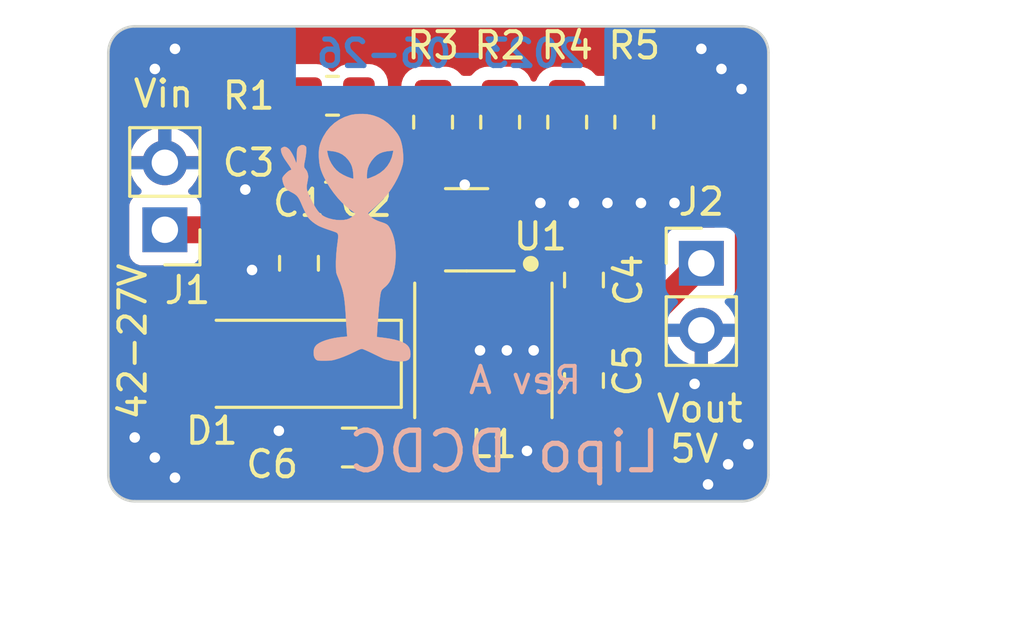
<source format=kicad_pcb>
(kicad_pcb (version 20221018) (generator pcbnew)
  (layers (0 "F.Cu" signal) (31 "B.Cu" signal) (34 "B.Paste" user) (35 "F.Paste" user) (36 "B.SilkS" user "B.Silkscreen") (37 "F.SilkS" user "F.Silkscreen") (38 "B.Mask" user) (39 "F.Mask" user) (44 "Edge.Cuts" user))
  (net 0 "")
  (net 1 "+BATT")
  (net 2 "GND")
  (net 3 "+5V")
  (net 4 "/cb")
  (net 5 "/sw")
  (net 6 "/en")
  (net 7 "/feedback")
  (net 8 "/rdiv_low")
  (net 9 "/rdiv_high")
  (footprint "Diode_SMD:D_SMA_Handsoldering" (layer "F.Cu") (at 108.585 97.79 180)
    (fp_text reference "D1" (at 2.667 -2.54) (layer "F.SilkS"))
    (fp_text value "SDT5A60SA")
    (fp_line (start -4.51 -1.65) (end -4.51 1.65) (stroke (width 0.12)) (layer "F.SilkS"))
    (fp_line (start -4.51 -1.65) (end 2.5 -1.65) (stroke (width 0.12)) (layer "F.SilkS"))
    (fp_line (start -4.51 1.65) (end 2.5 1.65) (stroke (width 0.12)) (layer "F.SilkS"))
    (pad "1" smd roundrect (at -2.5 0 180) (size 3.5 1.8) (layers "F.Cu" "F.Paste" "F.Mask") (roundrect_rratio 0.1388888889) (net 5 "/sw"))
    (pad "2" smd roundrect (at 2.5 0 180) (size 3.5 1.8) (layers "F.Cu" "F.Paste" "F.Mask") (roundrect_rratio 0.1388888889) (net 2 "GND"))
  )
  (footprint "Capacitor_SMD:C_0805_2012Metric_Pad1.18x1.45mm_HandSolder" (layer "F.Cu") (at 111.125 100.965 180)
    (fp_text reference "C6" (at 2.921 -0.635) (layer "F.SilkS"))
    (fp_text value "10uf_16V_0805")
    (fp_line (start -0.261252 -0.735) (end 0.261252 -0.735) (stroke (width 0.12)) (layer "F.SilkS"))
    (fp_line (start -0.261252 0.735) (end 0.261252 0.735) (stroke (width 0.12)) (layer "F.SilkS"))
    (pad "1" smd roundrect (at -1.0375 0 180) (size 1.175 1.45) (layers "F.Cu" "F.Paste" "F.Mask") (roundrect_rratio 0.2127659574) (net 3 "+5V"))
    (pad "2" smd roundrect (at 1.0375 0 180) (size 1.175 1.45) (layers "F.Cu" "F.Paste" "F.Mask") (roundrect_rratio 0.2127659574) (net 2 "GND"))
  )
  (footprint "Package_TO_SOT_SMD:SOT-23-6" (layer "F.Cu") (at 115.57 92.71 180)
    (fp_text reference "U1" (at -2.794 -0.254 180) (layer "F.SilkS"))
    (fp_text value "LV2862")
    (fp_line (start 0 -1.56) (end -1.8 -1.56) (stroke (width 0.12)) (layer "F.SilkS"))
    (fp_line (start 0 -1.56) (end 0.8 -1.56) (stroke (width 0.12)) (layer "F.SilkS"))
    (fp_line (start 0 1.56) (end -0.8 1.56) (stroke (width 0.12)) (layer "F.SilkS"))
    (fp_line (start 0 1.56) (end 0.8 1.56) (stroke (width 0.12)) (layer "F.SilkS"))
    (pad "1" smd roundrect (at -1.1375 -0.95 180) (size 1.325 0.6) (layers "F.Cu" "F.Paste" "F.Mask") (net 4 "/cb"))
    (pad "2" smd roundrect (at -1.1375 0 180) (size 1.325 0.6) (layers "F.Cu" "F.Paste" "F.Mask") (net 2 "GND"))
    (pad "3" smd roundrect (at -1.1375 0.95 180) (size 1.325 0.6) (layers "F.Cu" "F.Paste" "F.Mask") (net 7 "/feedback"))
    (pad "4" smd roundrect (at 1.1375 0.95 180) (size 1.325 0.6) (layers "F.Cu" "F.Paste" "F.Mask") (net 6 "/en"))
    (pad "5" smd roundrect (at 1.1375 0 180) (size 1.325 0.6) (layers "F.Cu" "F.Paste" "F.Mask") (net 1 "+BATT"))
    (pad "6" smd roundrect (at 1.1375 -0.95 180) (size 1.325 0.6) (layers "F.Cu" "F.Paste" "F.Mask") (net 5 "/sw"))
  )
  (footprint "Inductor_SMD:L_Taiyo-Yuden_MD-5050" (layer "F.Cu") (at 116.205 97.282 -90)
    (fp_text reference "L1" (at 3.556 -0.381 -180) (layer "F.SilkS"))
    (fp_text value "15uH")
    (fp_line (start -2.55 -2.6) (end 2.55 -2.6) (stroke (width 0.12)) (layer "F.SilkS"))
    (fp_line (start -2.55 2.6) (end 2.55 2.6) (stroke (width 0.12)) (layer "F.SilkS"))
    (pad "1" smd rect (at -1.8 0 270) (size 1.5 4.2) (layers "F.Cu" "F.Paste" "F.Mask") (net 5 "/sw"))
    (pad "2" smd rect (at 1.8 0 270) (size 1.5 4.2) (layers "F.Cu" "F.Paste" "F.Mask") (net 3 "+5V"))
  )
  (footprint "Connector_PinHeader_2.54mm:PinHeader_1x02_P2.54mm_Vertical" (layer "F.Cu") (at 104.14 92.71 180)
    (fp_text reference "J1" (at -0.86 -2.29) (layer "F.SilkS"))
    (fp_text value "Conn_01x02_Pin")
    (fp_line (start -1.33 -1.33) (end 0 -1.33) (stroke (width 0.12)) (layer "F.SilkS"))
    (fp_line (start -1.33 0) (end -1.33 -1.33) (stroke (width 0.12)) (layer "F.SilkS"))
    (fp_line (start -1.33 1.27) (end -1.33 3.87) (stroke (width 0.12)) (layer "F.SilkS"))
    (fp_line (start -1.33 1.27) (end 1.33 1.27) (stroke (width 0.12)) (layer "F.SilkS"))
    (fp_line (start -1.33 3.87) (end 1.33 3.87) (stroke (width 0.12)) (layer "F.SilkS"))
    (fp_line (start 1.33 1.27) (end 1.33 3.87) (stroke (width 0.12)) (layer "F.SilkS"))
    (pad "1" thru_hole rect (at 0 0 180) (size 1.7 1.7) (drill 1) (layers "*.Cu" "*.Mask") (net 1 "+BATT"))
    (pad "2" thru_hole oval (at 0 2.54 180) (size 1.7 1.7) (drill 1) (layers "*.Cu" "*.Mask") (net 2 "GND"))
  )
  (footprint "Connector_PinHeader_2.54mm:PinHeader_1x02_P2.54mm_Vertical" (layer "F.Cu") (at 124.46 93.98)
    (fp_text reference "J2" (at 0 -2.33) (layer "F.SilkS"))
    (fp_text value "Conn_01x02_Pin")
    (fp_line (start -1.33 -1.33) (end 0 -1.33) (stroke (width 0.12)) (layer "F.SilkS"))
    (fp_line (start -1.33 0) (end -1.33 -1.33) (stroke (width 0.12)) (layer "F.SilkS"))
    (fp_line (start -1.33 1.27) (end -1.33 3.87) (stroke (width 0.12)) (layer "F.SilkS"))
    (fp_line (start -1.33 1.27) (end 1.33 1.27) (stroke (width 0.12)) (layer "F.SilkS"))
    (fp_line (start -1.33 3.87) (end 1.33 3.87) (stroke (width 0.12)) (layer "F.SilkS"))
    (fp_line (start 1.33 1.27) (end 1.33 3.87) (stroke (width 0.12)) (layer "F.SilkS"))
    (pad "1" thru_hole rect (at 0 0) (size 1.7 1.7) (drill 1) (layers "*.Cu" "*.Mask") (net 3 "+5V"))
    (pad "2" thru_hole oval (at 0 2.54) (size 1.7 1.7) (drill 1) (layers "*.Cu" "*.Mask") (net 2 "GND"))
  )
  (footprint "Capacitor_SMD:C_0805_2012Metric_Pad1.18x1.45mm_HandSolder" (layer "F.Cu") (at 120.015 98.425 90)
    (fp_text reference "C5" (at 0.381 1.651 90) (layer "F.SilkS"))
    (fp_text value "10uf_16V_0805_NI")
    (fp_line (start -0.261252 -0.735) (end 0.261252 -0.735) (stroke (width 0.12)) (layer "F.SilkS"))
    (fp_line (start -0.261252 0.735) (end 0.261252 0.735) (stroke (width 0.12)) (layer "F.SilkS"))
    (pad "1" smd roundrect (at -1.0375 0 90) (size 1.175 1.45) (layers "F.Cu" "F.Paste" "F.Mask") (roundrect_rratio 0.2127659574) (net 3 "+5V"))
    (pad "2" smd roundrect (at 1.0375 0 90) (size 1.175 1.45) (layers "F.Cu" "F.Paste" "F.Mask") (roundrect_rratio 0.2127659574) (net 2 "GND"))
  )
  (footprint "Resistor_SMD:R_0805_2012Metric_Pad1.20x1.40mm_HandSolder" (layer "F.Cu") (at 110.49 87.63 180)
    (fp_text reference "R1" (at 3.175 0) (layer "F.SilkS"))
    (fp_text value "100K_0805_NI")
    (fp_line (start -0.227064 -0.735) (end 0.227064 -0.735) (stroke (width 0.12)) (layer "F.SilkS"))
    (fp_line (start -0.227064 0.735) (end 0.227064 0.735) (stroke (width 0.12)) (layer "F.SilkS"))
    (pad "1" smd roundrect (at -1 0 180) (size 1.2 1.4) (layers "F.Cu" "F.Paste" "F.Mask") (roundrect_rratio 0.2083333333) (net 6 "/en"))
    (pad "2" smd roundrect (at 1 0 180) (size 1.2 1.4) (layers "F.Cu" "F.Paste" "F.Mask") (roundrect_rratio 0.2083333333) (net 1 "+BATT"))
  )
  (footprint "Capacitor_SMD:C_0805_2012Metric_Pad1.18x1.45mm_HandSolder" (layer "F.Cu") (at 120.015 94.615 -90)
    (fp_text reference "C4" (at 0 -1.68 90) (layer "F.SilkS"))
    (fp_text value "1uF_0805")
    (fp_line (start -0.261252 -0.735) (end 0.261252 -0.735) (stroke (width 0.12)) (layer "F.SilkS"))
    (fp_line (start -0.261252 0.735) (end 0.261252 0.735) (stroke (width 0.12)) (layer "F.SilkS"))
    (pad "1" smd roundrect (at -1.0375 0 270) (size 1.175 1.45) (layers "F.Cu" "F.Paste" "F.Mask") (roundrect_rratio 0.2127659574) (net 4 "/cb"))
    (pad "2" smd roundrect (at 1.0375 0 270) (size 1.175 1.45) (layers "F.Cu" "F.Paste" "F.Mask") (roundrect_rratio 0.2127659574) (net 5 "/sw"))
  )
  (footprint "Resistor_SMD:R_0805_2012Metric_Pad1.20x1.40mm_HandSolder" (layer "F.Cu") (at 116.84 88.63 90)
    (fp_text reference "R2" (at 2.905 0 180) (layer "F.SilkS"))
    (fp_text value "10K_0805")
    (fp_line (start -0.227064 -0.735) (end 0.227064 -0.735) (stroke (width 0.12)) (layer "F.SilkS"))
    (fp_line (start -0.227064 0.735) (end 0.227064 0.735) (stroke (width 0.12)) (layer "F.SilkS"))
    (pad "1" smd roundrect (at -1 0 90) (size 1.2 1.4) (layers "F.Cu" "F.Paste" "F.Mask") (roundrect_rratio 0.2083333333) (net 7 "/feedback"))
    (pad "2" smd roundrect (at 1 0 90) (size 1.2 1.4) (layers "F.Cu" "F.Paste" "F.Mask") (roundrect_rratio 0.2083333333) (net 8 "/rdiv_low"))
  )
  (footprint "Capacitor_SMD:C_0805_2012Metric_Pad1.18x1.45mm_HandSolder" (layer "F.Cu") (at 111.76 93.98 -90)
    (fp_text reference "C2" (at -2.286 0 -180) (layer "F.SilkS"))
    (fp_text value "1uF_100V_1206")
    (fp_line (start -0.261252 -0.735) (end 0.261252 -0.735) (stroke (width 0.12)) (layer "F.SilkS"))
    (fp_line (start -0.261252 0.735) (end 0.261252 0.735) (stroke (width 0.12)) (layer "F.SilkS"))
    (pad "1" smd roundrect (at -1.0375 0 270) (size 1.175 1.45) (layers "F.Cu" "F.Paste" "F.Mask") (roundrect_rratio 0.2127659574) (net 1 "+BATT"))
    (pad "2" smd roundrect (at 1.0375 0 270) (size 1.175 1.45) (layers "F.Cu" "F.Paste" "F.Mask") (roundrect_rratio 0.2127659574) (net 2 "GND"))
  )
  (footprint "Capacitor_SMD:C_0805_2012Metric_Pad1.18x1.45mm_HandSolder" (layer "F.Cu") (at 109.22 93.98 -90)
    (fp_text reference "C1" (at -2.286 0 -180) (layer "F.SilkS"))
    (fp_text value "1uF_100V_1206")
    (fp_line (start -0.261252 -0.735) (end 0.261252 -0.735) (stroke (width 0.12)) (layer "F.SilkS"))
    (fp_line (start -0.261252 0.735) (end 0.261252 0.735) (stroke (width 0.12)) (layer "F.SilkS"))
    (pad "1" smd roundrect (at -1.0375 0 270) (size 1.175 1.45) (layers "F.Cu" "F.Paste" "F.Mask") (roundrect_rratio 0.2127659574) (net 1 "+BATT"))
    (pad "2" smd roundrect (at 1.0375 0 270) (size 1.175 1.45) (layers "F.Cu" "F.Paste" "F.Mask") (roundrect_rratio 0.2127659574) (net 2 "GND"))
  )
  (footprint "Capacitor_SMD:C_0805_2012Metric_Pad1.18x1.45mm_HandSolder" (layer "F.Cu") (at 110.49 90.17 180)
    (fp_text reference "C3" (at 3.175 0) (layer "F.SilkS"))
    (fp_text value "1uF_100V_1206_NI")
    (fp_line (start -0.261252 -0.735) (end 0.261252 -0.735) (stroke (width 0.12)) (layer "F.SilkS"))
    (fp_line (start -0.261252 0.735) (end 0.261252 0.735) (stroke (width 0.12)) (layer "F.SilkS"))
    (pad "1" smd roundrect (at -1.0375 0 180) (size 1.175 1.45) (layers "F.Cu" "F.Paste" "F.Mask") (roundrect_rratio 0.2127659574) (net 1 "+BATT"))
    (pad "2" smd roundrect (at 1.0375 0 180) (size 1.175 1.45) (layers "F.Cu" "F.Paste" "F.Mask") (roundrect_rratio 0.2127659574) (net 2 "GND"))
  )
  (footprint "Resistor_SMD:R_0805_2012Metric_Pad1.20x1.40mm_HandSolder" (layer "F.Cu") (at 114.3 88.63 -90)
    (fp_text reference "R3" (at -2.905 0 -180) (layer "F.SilkS"))
    (fp_text value "10K_0805")
    (fp_line (start -0.227064 -0.735) (end 0.227064 -0.735) (stroke (width 0.12)) (layer "F.SilkS"))
    (fp_line (start -0.227064 0.735) (end 0.227064 0.735) (stroke (width 0.12)) (layer "F.SilkS"))
    (pad "1" smd roundrect (at -1 0 270) (size 1.2 1.4) (layers "F.Cu" "F.Paste" "F.Mask") (roundrect_rratio 0.2083333333) (net 8 "/rdiv_low"))
    (pad "2" smd roundrect (at 1 0 270) (size 1.2 1.4) (layers "F.Cu" "F.Paste" "F.Mask") (roundrect_rratio 0.2083333333) (net 2 "GND"))
  )
  (footprint "Resistor_SMD:R_0805_2012Metric_Pad1.20x1.40mm_HandSolder" (layer "F.Cu") (at 121.92 88.63 90)
    (fp_text reference "R5" (at 2.905 0 180) (layer "F.SilkS"))
    (fp_text value "10K_0805")
    (fp_line (start -0.227064 -0.735) (end 0.227064 -0.735) (stroke (width 0.12)) (layer "F.SilkS"))
    (fp_line (start -0.227064 0.735) (end 0.227064 0.735) (stroke (width 0.12)) (layer "F.SilkS"))
    (pad "1" smd roundrect (at -1 0 90) (size 1.2 1.4) (layers "F.Cu" "F.Paste" "F.Mask") (roundrect_rratio 0.2083333333) (net 3 "+5V"))
    (pad "2" smd roundrect (at 1 0 90) (size 1.2 1.4) (layers "F.Cu" "F.Paste" "F.Mask") (roundrect_rratio 0.2083333333) (net 9 "/rdiv_high"))
  )
  (footprint "Resistor_SMD:R_0805_2012Metric_Pad1.20x1.40mm_HandSolder" (layer "F.Cu") (at 119.38 88.63 -90)
    (fp_text reference "R4" (at -2.905 0 -180) (layer "F.SilkS"))
    (fp_text value "100K_0805")
    (fp_line (start -0.227064 -0.735) (end 0.227064 -0.735) (stroke (width 0.12)) (layer "F.SilkS"))
    (fp_line (start -0.227064 0.735) (end 0.227064 0.735) (stroke (width 0.12)) (layer "F.SilkS"))
    (pad "1" smd roundrect (at -1 0 270) (size 1.2 1.4) (layers "F.Cu" "F.Paste" "F.Mask") (roundrect_rratio 0.2083333333) (net 9 "/rdiv_high"))
    (pad "2" smd roundrect (at 1 0 270) (size 1.2 1.4) (layers "F.Cu" "F.Paste" "F.Mask") (roundrect_rratio 0.2083333333) (net 7 "/feedback"))
  )
  (footprint "Graphics:alien1cm" (layer "B.Cu") (at 110.998 93 180)
    (fp_text reference "G***" hide)
    (fp_text value " " hide)
    (fp_poly (pts (xy -0.509408 4.679926) (xy -0.369479 4.671066) (xy -0.242941 4.653978) (xy -0.17184 4.638306) (xy 0.048564 4.563844) (xy 0.250237 4.463826) (xy 0.432594 4.338748) (xy 0.595048 4.189109) (xy 0.737014 4.015405) (xy 0.857907 3.818133) (xy 0.903895 3.724818) (xy 0.956001 3.598915) (xy 0.993095 3.477158) (xy 1.016241 3.352242) (xy 1.026501 3.216863) (xy 1.024935 3.063718) (xy 1.017487 2.943506) (xy 1.002101 2.801823) (xy 0.977739 2.673708) (xy 0.94155 2.548836) (xy 0.890683 2.416883) (xy 0.842483 2.309813) (xy 0.732994 2.099057) (xy 0.605206 1.890507) (xy 0.462945 1.688858) (xy 0.310036 1.498803) (xy 0.150303 1.325038) (xy -0.012428 1.172256) (xy -0.174331 1.045152) (xy -0.205498 1.023746) (xy -0.267266 0.980691) (xy -0.317913 0.942208) (xy -0.352259 0.91246) (xy -0.365123 0.895607) (xy -0.365125 0.895475) (xy -0.352543 0.87463) (xy -0.319184 0.842741) (xy -0.271629 0.804873) (xy -0.21646 0.766092) (xy -0.160259 0.731466) (xy -0.133312 0.717035) (xy -0.033306 0.681046) (xy 0.0878 0.660388) (xy 0.223516 0.654683) (xy 0.367353 0.66355) (xy 0.51282 0.686607) (xy 0.653428 0.723475) (xy 0.775203 0.770307) (xy 0.855776 0.812471) (xy 0.929256 0.863301) (xy 0.998237 0.926023) (xy 1.065311 1.003864) (xy 1.133072 1.10005) (xy 1.204115 1.217807) (xy 1.281032 1.360362) (xy 1.334579 1.466181) (xy 1.391114 1.582589) (xy 1.433264 1.677331) (xy 1.462265 1.756383) (xy 1.479351 1.82572) (xy 1.485758 1.891317) (xy 1.482722 1.959152) (xy 1.471476 2.035199) (xy 1.462127 2.083241) (xy 1.447845 2.159276) (xy 1.436614 2.231025) (xy 1.429937 2.28822) (xy 1.428743 2.311259) (xy 1.442159 2.416117) (xy 1.479721 2.514504) (xy 1.53053 2.588159) (xy 1.556162 2.618341) (xy 1.573546 2.646528) (xy 1.582912 2.678247) (xy 1.584492 2.719025) (xy 1.578516 2.774387) (xy 1.565215 2.849861) (xy 1.545535 2.947499) (xy 1.525401 3.058833) (xy 1.510615 3.168299) (xy 1.502724 3.263722) (xy 1.501879 3.291396) (xy 1.501609 3.359086) (xy 1.504059 3.403004) (xy 1.51114 3.431118) (xy 1.524763 3.451397) (xy 1.544728 3.46999) (xy 1.604259 3.502178) (xy 1.670752 3.504742) (xy 1.739608 3.47763) (xy 1.747871 3.47234) (xy 1.789582 3.439397) (xy 1.819552 3.401171) (xy 1.839592 3.351997) (xy 1.851516 3.28621) (xy 1.857137 3.198144) (xy 1.858265 3.127375) (xy 1.859526 3.044606) (xy 1.862255 2.967476) (xy 1.866045 2.904803) (xy 1.870312 2.866381) (xy 1.881419 2.803825) (xy 1.91066 2.898131) (xy 1.941706 2.982402) (xy 1.983864 3.075082) (xy 2.032502 3.167662) (xy 2.08299 3.251633) (xy 2.130696 3.318484) (xy 2.153423 3.344219) (xy 2.20417 3.387194) (xy 2.256766 3.418744) (xy 2.279193 3.427287) (xy 2.322747 3.435512) (xy 2.359279 3.42942) (xy 2.40151 3.408753) (xy 2.437751 3.386885) (xy 2.455447 3.366852) (xy 2.459972 3.337247) (xy 2.457052 3.290891) (xy 2.439344 3.208637) (xy 2.399972 3.111245) (xy 2.341437 3.004171) (xy 2.289224 2.924707) (xy 2.214923 2.818766) (xy 2.157582 2.735758) (xy 2.115799 2.672715) (xy 2.088168 2.62667) (xy 2.073288 2.594654) (xy 2.069754 2.573701) (xy 2.076163 2.560843) (xy 2.091111 2.553112) (xy 2.11106 2.548007) (xy 2.148717 2.529973) (xy 2.198717 2.493061) (xy 2.254524 2.443751) (xy 2.309605 2.388518) (xy 2.357426 2.333841) (xy 2.391451 2.286196) (xy 2.40441 2.257218) (xy 2.406092 2.20417) (xy 2.394785 2.132678) (xy 2.372779 2.052132) (xy 2.342362 1.97192) (xy 2.326858 1.939062) (xy 2.290894 1.879477) (xy 2.245667 1.829072) (xy 2.184908 1.782494) (xy 2.102344 1.734392) (xy 2.06375 1.714501) (xy 1.978583 1.668462) (xy 1.909851 1.622169) (xy 1.853032 1.570221) (xy 1.803603 1.507219) (xy 1.75704 1.427765) (xy 1.708822 1.326458) (xy 1.677314 1.253176) (xy 1.625322 1.133773) (xy 1.571763 1.018996) (xy 1.519538 0.914563) (xy 1.471548 0.826192) (xy 1.430694 0.759601) (xy 1.417354 0.740811) (xy 1.351967 0.667994) (xy 1.265097 0.591339) (xy 1.165224 0.517516) (xy 1.060827 0.453194) (xy 1.032424 0.438044) (xy 0.96858 0.408345) (xy 0.883538 0.373213) (xy 0.786541 0.336244) (xy 0.68683 0.301033) (xy 0.642937 0.286526) (xy 0.555925 0.257839) (xy 0.477617 0.230832) (xy 0.413872 0.207617) (xy 0.370547 0.190306) (xy 0.355654 0.182929) (xy 0.326556 0.159477) (xy 0.306732 0.130219) (xy 0.29565 0.090417) (xy 0.292781 0.035335) (xy 0.297597 -0.039764) (xy 0.309568 -0.139617) (xy 0.315125 -0.179707) (xy 0.346739 -0.43626) (xy 0.367994 -0.684164) (xy 0.378418 -0.916373) (xy 0.377807 -1.117739) (xy 0.374603 -1.207856) (xy 0.370563 -1.274525) (xy 0.364173 -1.326036) (xy 0.353917 -1.370683) (xy 0.33828 -1.41676) (xy 0.315746 -1.472559) (xy 0.310825 -1.484312) (xy 0.25515 -1.619839) (xy 0.207617 -1.743136) (xy 0.167347 -1.858587) (xy 0.133465 -1.970579) (xy 0.10509 -2.083497) (xy 0.081346 -2.201727) (xy 0.061354 -2.329654) (xy 0.044237 -2.471665) (xy 0.029117 -2.632143) (xy 0.015115 -2.815476) (xy 0.001354 -3.026048) (xy 0.000979 -3.032125) (xy -0.007129 -3.162419) (xy -0.015055 -3.287291) (xy -0.022484 -3.401947) (xy -0.029099 -3.501589) (xy -0.034584 -3.581424) (xy -0.038623 -3.636656) (xy -0.039952 -3.652975) (xy -0.049106 -3.757888) (xy 0.090541 -3.768749) (xy 0.27306 -3.788205) (xy 0.449032 -3.817069) (xy 0.61462 -3.854144) (xy 0.765983 -3.898231) (xy 0.899285 -3.948131) (xy 1.010686 -4.002646) (xy 1.09635 -4.060575) (xy 1.131451 -4.093843) (xy 1.177595 -4.15659) (xy 1.206159 -4.226897) (xy 1.219805 -4.313227) (xy 1.221937 -4.3815) (xy 1.211822 -4.485278) (xy 1.182791 -4.568159) (xy 1.135964 -4.627531) (xy 1.108528 -4.646353) (xy 1.083452 -4.65766) (xy 1.052754 -4.66556) (xy 1.010734 -4.670578) (xy 0.951694 -4.67324) (xy 0.869936 -4.674071) (xy 0.809625 -4.673921) (xy 0.70745 -4.672696) (xy 0.628293 -4.669602) (xy 0.563436 -4.663707) (xy 0.50416 -4.654082) (xy 0.441748 -4.639794) (xy 0.4084 -4.631082) (xy 0.248151 -4.581724) (xy 0.068755 -4.5149) (xy -0.124085 -4.432901) (xy -0.324664 -4.338021) (xy -0.340469 -4.330145) (xy -0.428115 -4.286963) (xy -0.493111 -4.2569) (xy -0.540761 -4.238022) (xy -0.576369 -4.228395) (xy -0.60524 -4.226087) (xy -0.622101 -4.227485) (xy -0.652941 -4.236646) (xy -0.707404 -4.258065) (xy -0.78078 -4.289672) (xy -0.868361 -4.329396) (xy -0.965435 -4.375168) (xy -1.035695 -4.409295) (xy -1.135888 -4.458342) (xy -1.228976 -4.503513) (xy -1.310421 -4.542636) (xy -1.375684 -4.57354) (xy -1.420224 -4.594054) (xy -1.436688 -4.601087) (xy -1.533468 -4.63142) (xy -1.646907 -4.656675) (xy -1.770214 -4.676294) (xy -1.896597 -4.689719) (xy -2.019267 -4.696391) (xy -2.131432 -4.69575) (xy -2.226302 -4.687239) (xy -2.293571 -4.671588) (xy -2.364019 -4.636782) (xy -2.410667 -4.588519) (xy -2.43656 -4.521925) (xy -2.444746 -4.432122) (xy -2.44475 -4.429658) (xy -2.440902 -4.358981) (xy -2.430964 -4.287055) (xy -2.421094 -4.244102) (xy -2.385524 -4.164011) (xy -2.328118 -4.092281) (xy -2.247589 -4.028378) (xy -2.142656 -3.971768) (xy -2.012034 -3.921917) (xy -1.854438 -3.878291) (xy -1.668585 -3.840355) (xy -1.453192 -3.807576) (xy -1.337469 -3.793349) (xy -1.17475 -3.774678) (xy -1.17475 -3.722075) (xy -1.17607 -3.675371) (xy -1.17979 -3.601847) (xy -1.18555 -3.506313) (xy -1.19299 -3.393578) (xy -1.201749 -3.268453) (xy -1.211469 -3.135747) (xy -1.221788 -3.000269) (xy -1.232348 -2.86683) (xy -1.242787 -2.740239) (xy -1.252747 -2.625306) (xy -1.261867 -2.526841) (xy -1.269786 -2.449653) (xy -1.270389 -2.444253) (xy -1.285558 -2.314315) (xy -1.299231 -2.211727) (xy -1.312678 -2.132209) (xy -1.327168 -2.071479) (xy -1.343973 -2.02526) (xy -1.364362 -1.989269) (xy -1.389605 -1.959229) (xy -1.420972 -1.930857) (xy -1.42331 -1.928922) (xy -1.512691 -1.85103) (xy -1.581564 -1.779759) (xy -1.637163 -1.706284) (xy -1.686722 -1.621784) (xy -1.705721 -1.584449) (xy -1.784591 -1.390886) (xy -1.841155 -1.175712) (xy -1.875206 -0.940106) (xy -1.886542 -0.685249) (xy -1.883821 -0.555625) (xy -1.870742 -0.354453) (xy -1.848367 -0.178307) (xy -1.815466 -0.021505) (xy -1.770806 0.121636) (xy -1.713158 0.256799) (xy -1.703628 0.276112) (xy -1.661138 0.357444) (xy -1.622797 0.41897) (xy -1.582551 0.465504) (xy -1.53434 0.501863) (xy -1.47211 0.532864) (xy -1.389802 0.563322) (xy -1.310009 0.589097) (xy -1.197444 0.63034) (xy -1.092617 0.679842) (xy -1.000026 0.734569) (xy -0.924167 0.791488) (xy -0.869539 0.847565) (xy -0.840638 0.899766) (xy -0.838828 0.906935) (xy -0.848591 0.932099) (xy -0.883585 0.968595) (xy -0.918599 0.996921) (xy -0.986209 1.05165) (xy -1.068679 1.124398) (xy -1.160807 1.210006) (xy -1.257388 1.303313) (xy -1.353218 1.399161) (xy -1.443093 1.49239) (xy -1.52181 1.577839) (xy -1.584165 1.65035) (xy -1.607258 1.679714) (xy -1.730386 1.854822) (xy -1.843559 2.038129) (xy -1.94422 2.224358) (xy -2.02981 2.408231) (xy -2.097772 2.58447) (xy -2.145546 2.747797) (xy -2.160841 2.821695) (xy -2.169479 2.904893) (xy -2.171619 3.010649) (xy -2.167707 3.130539) (xy -2.158187 3.25614) (xy -2.154092 3.290421) (xy -1.79612 3.290421) (xy -1.785937 3.228742) (xy -1.739455 3.035705) (xy -1.666777 2.860561) (xy -1.568035 2.703458) (xy -1.443361 2.564542) (xy -1.292887 2.443963) (xy -1.116744 2.341868) (xy -0.92075 2.260379) (xy -0.867349 2.242178) (xy -0.826066 2.228919) (xy -0.805742 2.223439) (xy -0.805657 2.223432) (xy -0.799714 2.237446) (xy -0.795487 2.275118) (xy -0.795319 2.280664) (xy -0.285645 2.280664) (xy -0.284634 2.239201) (xy -0.279944 2.222573) (xy -0.279485 2.2225) (xy -0.262352 2.22684) (xy -0.223076 2.238271) (xy -0.169818 2.254412) (xy -0.164391 2.256084) (xy -0.032289 2.305455) (xy 0.105115 2.371821) (xy 0.232813 2.447769) (xy 0.256633 2.463992) (xy 0.362764 2.553949) (xy 0.462154 2.667939) (xy 0.549903 2.798301) (xy 0.62111 2.93737) (xy 0.670874 3.077485) (xy 0.683569 3.13155) (xy 0.694613 3.186989) (xy 0.70439 3.235142) (xy 0.708064 3.252764) (xy 0.716163 3.29084) (xy 0.591077 3.280408) (xy 0.417258 3.2556) (xy 0.265993 3.210925) (xy 0.133594 3.14439) (xy 0.016373 3.054002) (xy -0.089358 2.937766) (xy -0.120769 2.895626) (xy -0.181917 2.797661) (xy -0.225382 2.696574) (xy -0.254966 2.582004) (xy -0.269029 2.491629) (xy -0.2776 2.413123) (xy -0.283219 2.34072) (xy -0.285645 2.280664) (xy -0.795319 2.280664) (xy -0.79387 2.328365) (xy -0.79387 2.329657) (xy -0.802269 2.484883) (xy -0.828927 2.620953) (xy -0.876603 2.746419) (xy -0.948055 2.869834) (xy -0.984784 2.92172) (xy -1.077458 3.033275) (xy -1.17424 3.120482) (xy -1.28054 3.186178) (xy -1.401773 3.233199) (xy -1.543349 3.264382) (xy -1.666715 3.279133) (xy -1.79612 3.290421) (xy -2.154092 3.290421) (xy -2.143505 3.379027) (xy -2.125955 3.481783) (xy -2.095782 3.611175) (xy -2.059444 3.72379) (xy -2.013259 3.826392) (xy -1.953542 3.925744) (xy -1.876612 4.028611) (xy -1.778784 4.141756) (xy -1.748831 4.174383) (xy -1.591206 4.326383) (xy -1.425837 4.449238) (xy -1.248486 4.545361) (xy -1.05492 4.617161) (xy -0.904875 4.654788) (xy -0.787574 4.672023) (xy -0.652262 4.680324) (xy -0.509408 4.679926)) (stroke (width 0.01)) (fill solid) (layer "B.SilkS"))
  )
  (footprint "Graphics:signature_4mm_maskOnly" (layer "B.Cu") (at 105.918 100.076 180)
    (fp_text reference "G***" hide)
    (fp_text value "LOGO" hide)
  )
  (gr_circle (center 118 94) (end 118.15 94) (stroke (width 0.3)) (fill none) (layer "F.SilkS"))
  (gr_line (start 127 86) (end 126.999999 101.999999) (stroke (width 0.1)) (layer "Edge.Cuts"))
  (gr_line (start 102.999999 85) (end 126 85) (stroke (width 0.1)) (layer "Edge.Cuts"))
  (gr_arc (start 126.999999 101.999999) (mid 126.707106 102.707106) (end 125.999999 102.999999) (stroke (width 0.1)) (layer "Edge.Cuts"))
  (gr_arc (start 126 85) (mid 126.707107 85.292893) (end 127 86) (stroke (width 0.1)) (layer "Edge.Cuts"))
  (gr_line (start 102 101.999999) (end 101.999999 86) (stroke (width 0.1)) (layer "Edge.Cuts"))
  (gr_line (start 125.999999 102.999999) (end 103 102.999999) (stroke (width 0.1)) (layer "Edge.Cuts"))
  (gr_arc (start 101.999999 86) (mid 102.292892 85.292893) (end 102.999999 85) (stroke (width 0.1)) (layer "Edge.Cuts"))
  (gr_arc (start 103 102.999999) (mid 102.292893 102.707106) (end 102 101.999999) (stroke (width 0.1)) (layer "Edge.Cuts"))
  (gr_text "2023-06-26" (at 120.142 86.614) (layer "B.Cu") (effects (font (size 1 1) (thickness 0.2) bold) (justify left bottom mirror)))
  (gr_text "Rev A" (at 120 99) (layer "B.SilkS") (effects (font (size 1 1)) (justify left bottom mirror)))
  (gr_text "Lipo DCDC" (at 117 102) (layer "B.SilkS") (effects (font (size 1.5 1.5) (thickness 0.2)) (justify bottom mirror)))
  (gr_text "5V" (at 123.19 101.6) (layer "F.SilkS") (effects (font (size 1 1)) (justify left bottom)))
  (gr_text "Vout" (at 122.682 100.076) (layer "F.SilkS") (effects (font (size 1 1)) (justify left bottom)))
  (gr_text "42-27V" (at 103.508 100 90) (layer "F.SilkS") (effects (font (size 1 1)) (justify left bottom)))
  (gr_text "Vin" (at 102.87 88.138) (layer "F.SilkS") (effects (font (size 1 1)) (justify left bottom)))
  (segment (start 111.9925 92.71) (end 111.76 92.9425) (width 0.508) (layer "F.Cu") (net 1))
  (segment (start 109.22 92.9425) (end 111.76 92.9425) (width 1.016) (layer "F.Cu") (net 1))
  (segment (start 108.9875 92.71) (end 109.22 92.9425) (width 1.016) (layer "F.Cu") (net 1))
  (segment (start 109.49 87.63) (end 109.49 88.1325) (width 0.508) (layer "F.Cu") (net 1))
  (segment (start 111.76 92.9425) (end 111.76 89.9375) (width 1.016) (layer "F.Cu") (net 1))
  (segment (start 113.538 92.71) (end 111.9925 92.71) (width 0.508) (layer "F.Cu") (net 1))
  (segment (start 114.4325 92.71) (end 113.538 92.71) (width 0.508) (layer "F.Cu") (net 1))
  (segment (start 109.49 88.1325) (end 111.5275 90.17) (width 0.508) (layer "F.Cu") (net 1))
  (segment (start 113.538 92.71) (end 104.14 92.71) (width 1.016) (layer "F.Cu") (net 1))
  (segment (start 104.14 92.71) (end 108.9875 92.71) (width 1.016) (layer "F.Cu") (net 1))
  (segment (start 115.570122 92.139307) (end 115.570122 91.070122) (width 0.508) (layer "F.Cu") (net 2))
  (segment (start 116.140815 92.71) (end 115.570122 92.139307) (width 0.508) (layer "F.Cu") (net 2))
  (segment (start 116.7075 92.71) (end 116.140815 92.71) (width 0.508) (layer "F.Cu") (net 2))
  (segment (start 115.570122 91.070122) (end 115.5 91) (width 0.508) (layer "F.Cu") (net 2))
  (segment (start 116.7075 92.71) (end 118.29 92.71) (width 0.508) (layer "F.Cu") (net 2))
  (segment (start 114.3 89.8) (end 115.5 91) (width 0.508) (layer "F.Cu") (net 2))
  (segment (start 114.3 89.63) (end 114.3 89.8) (width 0.508) (layer "F.Cu") (net 2))
  (segment (start 109.22 95.0175) (end 111.76 95.0175) (width 1.016) (layer "F.Cu") (net 2))
  (via (at 124.206 98.552) (size 0.8) (drill 0.4) (layers "F.Cu" "B.Cu") (net 2))
  (via (at 103.762 101.346) (size 0.8) (drill 0.4) (layers "F.Cu" "B.Cu") (net 2))
  (via (at 124.46 85.852) (size 0.8) (drill 0.4) (layers "F.Cu" "B.Cu") (net 2))
  (via (at 117.856 101.092) (size 0.8) (drill 0.4) (layers "F.Cu" "B.Cu") (net 2))
  (via (at 115.5 91) (size 0.8) (drill 0.4) (layers "F.Cu" "B.Cu") (net 2))
  (via (at 104.524 102.108) (size 0.8) (drill 0.4) (layers "F.Cu" "B.Cu") (net 2))
  (via (at 123.444 91.694) (size 0.8) (drill 0.4) (layers "F.Cu" "B.Cu") (net 2))
  (via (at 118.364 91.694) (size 0.8) (drill 0.4) (layers "F.Cu" "B.Cu") (net 2))
  (via (at 116.078 97.282) (size 0.8) (drill 0.4) (layers "F.Cu" "B.Cu") (net 2))
  (via (at 103.762 86.614) (size 0.8) (drill 0.4) (layers "F.Cu" "B.Cu") (net 2))
  (via (at 108.458 100.33) (size 0.8) (drill 0.4) (layers "F.Cu" "B.Cu") (net 2))
  (via (at 122.174 91.694) (size 0.8) (drill 0.4) (layers "F.Cu" "B.Cu") (net 2))
  (via (at 107.442 94.234) (size 0.8) (drill 0.4) (layers "F.Cu" "B.Cu") (net 2))
  (via (at 120.904 91.694) (size 0.8) (drill 0.4) (layers "F.Cu" "B.Cu") (net 2))
  (via (at 119.634 91.694) (size 0.8) (drill 0.4) (layers "F.Cu" "B.Cu") (net 2))
  (via (at 124.714 102.362) (size 0.8) (drill 0.4) (layers "F.Cu" "B.Cu") (net 2))
  (via (at 118.11 97.282) (size 0.8) (drill 0.4) (layers "F.Cu" "B.Cu") (net 2))
  (via (at 126.238 100.838) (size 0.8) (drill 0.4) (layers "F.Cu" "B.Cu") (net 2))
  (via (at 125.222 86.614) (size 0.8) (drill 0.4) (layers "F.Cu" "B.Cu") (net 2))
  (via (at 125.476 101.6) (size 0.8) (drill 0.4) (layers "F.Cu" "B.Cu") (net 2))
  (via (at 125.984 87.376) (size 0.8) (drill 0.4) (layers "F.Cu" "B.Cu") (net 2))
  (via (at 103 100.584) (size 0.8) (drill 0.4) (layers "F.Cu" "B.Cu") (net 2))
  (via (at 107.188 91.186) (size 0.8) (drill 0.4) (layers "F.Cu" "B.Cu") (net 2))
  (via (at 117.094 97.282) (size 0.8) (drill 0.4) (layers "F.Cu" "B.Cu") (net 2))
  (via (at 104.524 85.852) (size 0.8) (drill 0.4) (layers "F.Cu" "B.Cu") (net 2))
  (segment (start 121.92 89.63) (end 123.666 89.63) (width 1.016) (layer "F.Cu") (net 3))
  (segment (start 112.1625 100.965) (end 114.322 100.965) (width 1.016) (layer "F.Cu") (net 3))
  (segment (start 120.255817 99.314) (end 122.682 99.314) (width 1.016) (layer "F.Cu") (net 3))
  (segment (start 126.238 92.202) (end 126.238 98.806) (width 1.016) (layer "F.Cu") (net 3))
  (segment (start 124.46 100.584) (end 121.1365 100.584) (width 1.016) (layer "F.Cu") (net 3))
  (segment (start 123.666 89.63) (end 126.238 92.202) (width 1.016) (layer "F.Cu") (net 3))
  (segment (start 114.322 100.965) (end 116.205 99.082) (width 1.016) (layer "F.Cu") (net 3))
  (segment (start 120.107317 99.4625) (end 120.255817 99.314) (width 1.016) (layer "F.Cu") (net 3))
  (segment (start 122.682 99.314) (end 122.682 95.758) (width 1.016) (layer "F.Cu") (net 3))
  (segment (start 120.015 99.4625) (end 120.107317 99.4625) (width 1.016) (layer "F.Cu") (net 3))
  (segment (start 116.5855 99.4625) (end 116.205 99.082) (width 1.016) (layer "F.Cu") (net 3))
  (segment (start 122.682 95.758) (end 124.46 93.98) (width 1.016) (layer "F.Cu") (net 3))
  (segment (start 126.238 98.806) (end 124.46 100.584) (width 1.016) (layer "F.Cu") (net 3))
  (segment (start 120.015 99.4625) (end 116.5855 99.4625) (width 1.016) (layer "F.Cu") (net 3))
  (segment (start 121.1365 100.584) (end 120.015 99.4625) (width 1.016) (layer "F.Cu") (net 3))
  (segment (start 119.9325 93.66) (end 120.015 93.5775) (width 0.508) (layer "F.Cu") (net 4))
  (segment (start 116.7075 93.66) (end 119.9325 93.66) (width 0.508) (layer "F.Cu") (net 4))
  (segment (start 113.1285 97.79) (end 115.4365 95.482) (width 1.016) (layer "F.Cu") (net 5))
  (segment (start 114.4325 93.66) (end 114.3 93.7925) (width 0.508) (layer "F.Cu") (net 5))
  (segment (start 119.8445 95.482) (end 120.015 95.6525) (width 1.016) (layer "F.Cu") (net 5))
  (segment (start 115.08675 94.36375) (end 116.205 95.482) (width 1.016) (layer "F.Cu") (net 5))
  (segment (start 114.3 94.36375) (end 115.08675 94.36375) (width 1.016) (layer "F.Cu") (net 5))
  (segment (start 114.3 93.7925) (end 114.3 94.36375) (width 0.508) (layer "F.Cu") (net 5))
  (segment (start 116.205 95.482) (end 119.8445 95.482) (width 1.016) (layer "F.Cu") (net 5))
  (segment (start 115.4365 95.482) (end 116.205 95.482) (width 1.016) (layer "F.Cu") (net 5))
  (segment (start 111.085 97.79) (end 113.1285 97.79) (width 1.016) (layer "F.Cu") (net 5))
  (segment (start 112.776 88.916) (end 112.776 90.1035) (width 0.508) (layer "F.Cu") (net 6))
  (segment (start 112.776 90.1035) (end 114.4325 91.76) (width 0.508) (layer "F.Cu") (net 6))
  (segment (start 111.49 87.63) (end 112.776 88.916) (width 0.508) (layer "F.Cu") (net 6))
  (segment (start 116.7075 89.7625) (end 116.84 89.63) (width 0.508) (layer "F.Cu") (net 7))
  (segment (start 116.84 89.63) (end 119.38 89.63) (width 0.508) (layer "F.Cu") (net 7))
  (segment (start 116.7075 91.76) (end 116.7075 89.7625) (width 0.508) (layer "F.Cu") (net 7))
  (segment (start 114.3 87.63) (end 116.84 87.63) (width 0.508) (layer "F.Cu") (net 8))
  (segment (start 119.38 87.63) (end 121.92 87.63) (width 0.508) (layer "F.Cu") (net 9))
  (zone (net 2) (net_name "GND") (layers "F&B.Cu") (priority 5) (connect_pads (clearance 0.5)) (min_thickness 0.25) (fill yes (thermal_gap 0.5) (thermal_bridge_width 0.5))
    (polygon (pts (xy 100 84) (xy 127.5 84) (xy 127.5 104) (xy 100 104)))
  )
)
</source>
